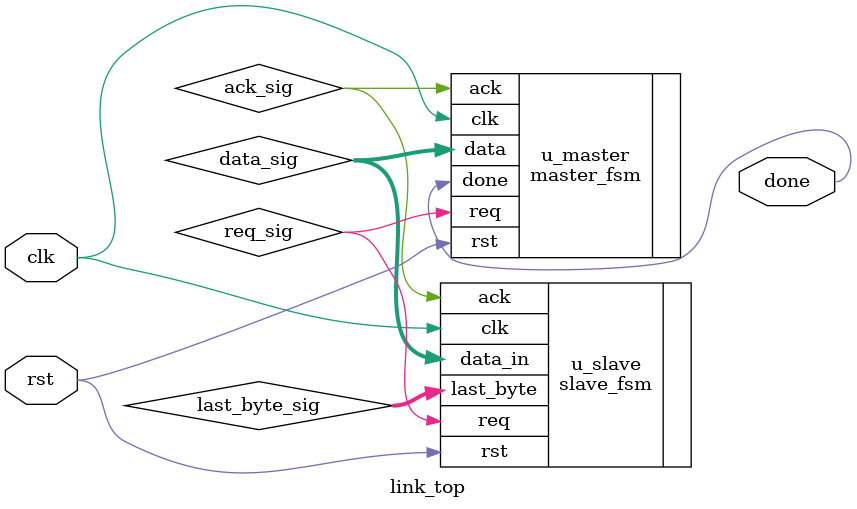
<source format=v>
`timescale 1ns/1ps

module link_top(
  input  wire clk,
  input  wire rst,
  output wire done
);

  wire       req_sig, ack_sig;
  wire [7:0] data_sig;
  wire [7:0] last_byte_sig; // can probe for TB

  master_fsm u_master (
    .clk(clk),
    .rst(rst),
    .ack(ack_sig),
    .req(req_sig),
    .data(data_sig),
    .done(done)
  );

  slave_fsm u_slave (
    .clk(clk),
    .rst(rst),
    .req(req_sig),
    .data_in(data_sig),
    .ack(ack_sig),
    .last_byte(last_byte_sig)
  );

endmodule

</source>
